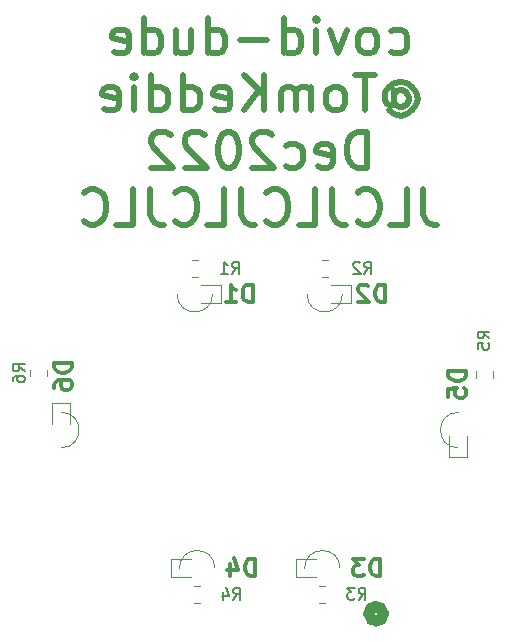
<source format=gbo>
G04 #@! TF.GenerationSoftware,KiCad,Pcbnew,6.0.10-86aedd382b~118~ubuntu22.04.1*
G04 #@! TF.CreationDate,2023-01-25T08:31:52-08:00*
G04 #@! TF.ProjectId,covid-dude,636f7669-642d-4647-9564-652e6b696361,rev?*
G04 #@! TF.SameCoordinates,Original*
G04 #@! TF.FileFunction,Legend,Bot*
G04 #@! TF.FilePolarity,Positive*
%FSLAX46Y46*%
G04 Gerber Fmt 4.6, Leading zero omitted, Abs format (unit mm)*
G04 Created by KiCad (PCBNEW 6.0.10-86aedd382b~118~ubuntu22.04.1) date 2023-01-25 08:31:52*
%MOMM*%
%LPD*%
G01*
G04 APERTURE LIST*
%ADD10C,0.500000*%
%ADD11C,0.375000*%
%ADD12C,0.150000*%
%ADD13C,0.120000*%
%ADD14C,1.000000*%
G04 APERTURE END LIST*
D10*
X109771428Y-76269285D02*
X110057142Y-76412142D01*
X110628571Y-76412142D01*
X110914285Y-76269285D01*
X111057142Y-76126428D01*
X111200000Y-75840714D01*
X111200000Y-74983571D01*
X111057142Y-74697857D01*
X110914285Y-74555000D01*
X110628571Y-74412142D01*
X110057142Y-74412142D01*
X109771428Y-74555000D01*
X108057142Y-76412142D02*
X108342857Y-76269285D01*
X108485714Y-76126428D01*
X108628571Y-75840714D01*
X108628571Y-74983571D01*
X108485714Y-74697857D01*
X108342857Y-74555000D01*
X108057142Y-74412142D01*
X107628571Y-74412142D01*
X107342857Y-74555000D01*
X107200000Y-74697857D01*
X107057142Y-74983571D01*
X107057142Y-75840714D01*
X107200000Y-76126428D01*
X107342857Y-76269285D01*
X107628571Y-76412142D01*
X108057142Y-76412142D01*
X106057142Y-74412142D02*
X105342857Y-76412142D01*
X104628571Y-74412142D01*
X103485714Y-76412142D02*
X103485714Y-74412142D01*
X103485714Y-73412142D02*
X103628571Y-73555000D01*
X103485714Y-73697857D01*
X103342857Y-73555000D01*
X103485714Y-73412142D01*
X103485714Y-73697857D01*
X100771428Y-76412142D02*
X100771428Y-73412142D01*
X100771428Y-76269285D02*
X101057142Y-76412142D01*
X101628571Y-76412142D01*
X101914285Y-76269285D01*
X102057142Y-76126428D01*
X102200000Y-75840714D01*
X102200000Y-74983571D01*
X102057142Y-74697857D01*
X101914285Y-74555000D01*
X101628571Y-74412142D01*
X101057142Y-74412142D01*
X100771428Y-74555000D01*
X99342857Y-75269285D02*
X97057142Y-75269285D01*
X94342857Y-76412142D02*
X94342857Y-73412142D01*
X94342857Y-76269285D02*
X94628571Y-76412142D01*
X95200000Y-76412142D01*
X95485714Y-76269285D01*
X95628571Y-76126428D01*
X95771428Y-75840714D01*
X95771428Y-74983571D01*
X95628571Y-74697857D01*
X95485714Y-74555000D01*
X95200000Y-74412142D01*
X94628571Y-74412142D01*
X94342857Y-74555000D01*
X91628571Y-74412142D02*
X91628571Y-76412142D01*
X92914285Y-74412142D02*
X92914285Y-75983571D01*
X92771428Y-76269285D01*
X92485714Y-76412142D01*
X92057142Y-76412142D01*
X91771428Y-76269285D01*
X91628571Y-76126428D01*
X88914285Y-76412142D02*
X88914285Y-73412142D01*
X88914285Y-76269285D02*
X89200000Y-76412142D01*
X89771428Y-76412142D01*
X90057142Y-76269285D01*
X90200000Y-76126428D01*
X90342857Y-75840714D01*
X90342857Y-74983571D01*
X90200000Y-74697857D01*
X90057142Y-74555000D01*
X89771428Y-74412142D01*
X89200000Y-74412142D01*
X88914285Y-74555000D01*
X86342857Y-76269285D02*
X86628571Y-76412142D01*
X87200000Y-76412142D01*
X87485714Y-76269285D01*
X87628571Y-75983571D01*
X87628571Y-74840714D01*
X87485714Y-74555000D01*
X87200000Y-74412142D01*
X86628571Y-74412142D01*
X86342857Y-74555000D01*
X86200000Y-74840714D01*
X86200000Y-75126428D01*
X87628571Y-75412142D01*
X110057142Y-79813571D02*
X110200000Y-79670714D01*
X110485714Y-79527857D01*
X110771428Y-79527857D01*
X111057142Y-79670714D01*
X111200000Y-79813571D01*
X111342857Y-80099285D01*
X111342857Y-80385000D01*
X111200000Y-80670714D01*
X111057142Y-80813571D01*
X110771428Y-80956428D01*
X110485714Y-80956428D01*
X110200000Y-80813571D01*
X110057142Y-80670714D01*
X110057142Y-79527857D02*
X110057142Y-80670714D01*
X109914285Y-80813571D01*
X109771428Y-80813571D01*
X109485714Y-80670714D01*
X109342857Y-80385000D01*
X109342857Y-79670714D01*
X109628571Y-79242142D01*
X110057142Y-78956428D01*
X110628571Y-78813571D01*
X111200000Y-78956428D01*
X111628571Y-79242142D01*
X111914285Y-79670714D01*
X112057142Y-80242142D01*
X111914285Y-80813571D01*
X111628571Y-81242142D01*
X111200000Y-81527857D01*
X110628571Y-81670714D01*
X110057142Y-81527857D01*
X109628571Y-81242142D01*
X108485714Y-78242142D02*
X106771428Y-78242142D01*
X107628571Y-81242142D02*
X107628571Y-78242142D01*
X105342857Y-81242142D02*
X105628571Y-81099285D01*
X105771428Y-80956428D01*
X105914285Y-80670714D01*
X105914285Y-79813571D01*
X105771428Y-79527857D01*
X105628571Y-79385000D01*
X105342857Y-79242142D01*
X104914285Y-79242142D01*
X104628571Y-79385000D01*
X104485714Y-79527857D01*
X104342857Y-79813571D01*
X104342857Y-80670714D01*
X104485714Y-80956428D01*
X104628571Y-81099285D01*
X104914285Y-81242142D01*
X105342857Y-81242142D01*
X103057142Y-81242142D02*
X103057142Y-79242142D01*
X103057142Y-79527857D02*
X102914285Y-79385000D01*
X102628571Y-79242142D01*
X102200000Y-79242142D01*
X101914285Y-79385000D01*
X101771428Y-79670714D01*
X101771428Y-81242142D01*
X101771428Y-79670714D02*
X101628571Y-79385000D01*
X101342857Y-79242142D01*
X100914285Y-79242142D01*
X100628571Y-79385000D01*
X100485714Y-79670714D01*
X100485714Y-81242142D01*
X99057142Y-81242142D02*
X99057142Y-78242142D01*
X97342857Y-81242142D02*
X98628571Y-79527857D01*
X97342857Y-78242142D02*
X99057142Y-79956428D01*
X94914285Y-81099285D02*
X95200000Y-81242142D01*
X95771428Y-81242142D01*
X96057142Y-81099285D01*
X96200000Y-80813571D01*
X96200000Y-79670714D01*
X96057142Y-79385000D01*
X95771428Y-79242142D01*
X95200000Y-79242142D01*
X94914285Y-79385000D01*
X94771428Y-79670714D01*
X94771428Y-79956428D01*
X96200000Y-80242142D01*
X92200000Y-81242142D02*
X92200000Y-78242142D01*
X92200000Y-81099285D02*
X92485714Y-81242142D01*
X93057142Y-81242142D01*
X93342857Y-81099285D01*
X93485714Y-80956428D01*
X93628571Y-80670714D01*
X93628571Y-79813571D01*
X93485714Y-79527857D01*
X93342857Y-79385000D01*
X93057142Y-79242142D01*
X92485714Y-79242142D01*
X92200000Y-79385000D01*
X89485714Y-81242142D02*
X89485714Y-78242142D01*
X89485714Y-81099285D02*
X89771428Y-81242142D01*
X90342857Y-81242142D01*
X90628571Y-81099285D01*
X90771428Y-80956428D01*
X90914285Y-80670714D01*
X90914285Y-79813571D01*
X90771428Y-79527857D01*
X90628571Y-79385000D01*
X90342857Y-79242142D01*
X89771428Y-79242142D01*
X89485714Y-79385000D01*
X88057142Y-81242142D02*
X88057142Y-79242142D01*
X88057142Y-78242142D02*
X88200000Y-78385000D01*
X88057142Y-78527857D01*
X87914285Y-78385000D01*
X88057142Y-78242142D01*
X88057142Y-78527857D01*
X85485714Y-81099285D02*
X85771428Y-81242142D01*
X86342857Y-81242142D01*
X86628571Y-81099285D01*
X86771428Y-80813571D01*
X86771428Y-79670714D01*
X86628571Y-79385000D01*
X86342857Y-79242142D01*
X85771428Y-79242142D01*
X85485714Y-79385000D01*
X85342857Y-79670714D01*
X85342857Y-79956428D01*
X86771428Y-80242142D01*
X107771428Y-86072142D02*
X107771428Y-83072142D01*
X107057142Y-83072142D01*
X106628571Y-83215000D01*
X106342857Y-83500714D01*
X106200000Y-83786428D01*
X106057142Y-84357857D01*
X106057142Y-84786428D01*
X106200000Y-85357857D01*
X106342857Y-85643571D01*
X106628571Y-85929285D01*
X107057142Y-86072142D01*
X107771428Y-86072142D01*
X103628571Y-85929285D02*
X103914285Y-86072142D01*
X104485714Y-86072142D01*
X104771428Y-85929285D01*
X104914285Y-85643571D01*
X104914285Y-84500714D01*
X104771428Y-84215000D01*
X104485714Y-84072142D01*
X103914285Y-84072142D01*
X103628571Y-84215000D01*
X103485714Y-84500714D01*
X103485714Y-84786428D01*
X104914285Y-85072142D01*
X100914285Y-85929285D02*
X101200000Y-86072142D01*
X101771428Y-86072142D01*
X102057142Y-85929285D01*
X102200000Y-85786428D01*
X102342857Y-85500714D01*
X102342857Y-84643571D01*
X102200000Y-84357857D01*
X102057142Y-84215000D01*
X101771428Y-84072142D01*
X101200000Y-84072142D01*
X100914285Y-84215000D01*
X99771428Y-83357857D02*
X99628571Y-83215000D01*
X99342857Y-83072142D01*
X98628571Y-83072142D01*
X98342857Y-83215000D01*
X98200000Y-83357857D01*
X98057142Y-83643571D01*
X98057142Y-83929285D01*
X98200000Y-84357857D01*
X99914285Y-86072142D01*
X98057142Y-86072142D01*
X96200000Y-83072142D02*
X95914285Y-83072142D01*
X95628571Y-83215000D01*
X95485714Y-83357857D01*
X95342857Y-83643571D01*
X95200000Y-84215000D01*
X95200000Y-84929285D01*
X95342857Y-85500714D01*
X95485714Y-85786428D01*
X95628571Y-85929285D01*
X95914285Y-86072142D01*
X96200000Y-86072142D01*
X96485714Y-85929285D01*
X96628571Y-85786428D01*
X96771428Y-85500714D01*
X96914285Y-84929285D01*
X96914285Y-84215000D01*
X96771428Y-83643571D01*
X96628571Y-83357857D01*
X96485714Y-83215000D01*
X96200000Y-83072142D01*
X94057142Y-83357857D02*
X93914285Y-83215000D01*
X93628571Y-83072142D01*
X92914285Y-83072142D01*
X92628571Y-83215000D01*
X92485714Y-83357857D01*
X92342857Y-83643571D01*
X92342857Y-83929285D01*
X92485714Y-84357857D01*
X94200000Y-86072142D01*
X92342857Y-86072142D01*
X91200000Y-83357857D02*
X91057142Y-83215000D01*
X90771428Y-83072142D01*
X90057142Y-83072142D01*
X89771428Y-83215000D01*
X89628571Y-83357857D01*
X89485714Y-83643571D01*
X89485714Y-83929285D01*
X89628571Y-84357857D01*
X91342857Y-86072142D01*
X89485714Y-86072142D01*
X112557142Y-87902142D02*
X112557142Y-90045000D01*
X112700000Y-90473571D01*
X112985714Y-90759285D01*
X113414285Y-90902142D01*
X113700000Y-90902142D01*
X109700000Y-90902142D02*
X111128571Y-90902142D01*
X111128571Y-87902142D01*
X106985714Y-90616428D02*
X107128571Y-90759285D01*
X107557142Y-90902142D01*
X107842857Y-90902142D01*
X108271428Y-90759285D01*
X108557142Y-90473571D01*
X108700000Y-90187857D01*
X108842857Y-89616428D01*
X108842857Y-89187857D01*
X108700000Y-88616428D01*
X108557142Y-88330714D01*
X108271428Y-88045000D01*
X107842857Y-87902142D01*
X107557142Y-87902142D01*
X107128571Y-88045000D01*
X106985714Y-88187857D01*
X104842857Y-87902142D02*
X104842857Y-90045000D01*
X104985714Y-90473571D01*
X105271428Y-90759285D01*
X105700000Y-90902142D01*
X105985714Y-90902142D01*
X101985714Y-90902142D02*
X103414285Y-90902142D01*
X103414285Y-87902142D01*
X99271428Y-90616428D02*
X99414285Y-90759285D01*
X99842857Y-90902142D01*
X100128571Y-90902142D01*
X100557142Y-90759285D01*
X100842857Y-90473571D01*
X100985714Y-90187857D01*
X101128571Y-89616428D01*
X101128571Y-89187857D01*
X100985714Y-88616428D01*
X100842857Y-88330714D01*
X100557142Y-88045000D01*
X100128571Y-87902142D01*
X99842857Y-87902142D01*
X99414285Y-88045000D01*
X99271428Y-88187857D01*
X97128571Y-87902142D02*
X97128571Y-90045000D01*
X97271428Y-90473571D01*
X97557142Y-90759285D01*
X97985714Y-90902142D01*
X98271428Y-90902142D01*
X94271428Y-90902142D02*
X95699999Y-90902142D01*
X95699999Y-87902142D01*
X91557142Y-90616428D02*
X91699999Y-90759285D01*
X92128571Y-90902142D01*
X92414285Y-90902142D01*
X92842857Y-90759285D01*
X93128571Y-90473571D01*
X93271428Y-90187857D01*
X93414285Y-89616428D01*
X93414285Y-89187857D01*
X93271428Y-88616428D01*
X93128571Y-88330714D01*
X92842857Y-88045000D01*
X92414285Y-87902142D01*
X92128571Y-87902142D01*
X91699999Y-88045000D01*
X91557142Y-88187857D01*
X89414285Y-87902142D02*
X89414285Y-90045000D01*
X89557142Y-90473571D01*
X89842857Y-90759285D01*
X90271428Y-90902142D01*
X90557142Y-90902142D01*
X86557142Y-90902142D02*
X87985714Y-90902142D01*
X87985714Y-87902142D01*
X83842857Y-90616428D02*
X83985714Y-90759285D01*
X84414285Y-90902142D01*
X84699999Y-90902142D01*
X85128571Y-90759285D01*
X85414285Y-90473571D01*
X85557142Y-90187857D01*
X85699999Y-89616428D01*
X85699999Y-89187857D01*
X85557142Y-88616428D01*
X85414285Y-88330714D01*
X85128571Y-88045000D01*
X84699999Y-87902142D01*
X84414285Y-87902142D01*
X83985714Y-88045000D01*
X83842857Y-88187857D01*
D11*
G04 #@! TO.C,D6*
X82778571Y-102592857D02*
X81278571Y-102592857D01*
X81278571Y-102950000D01*
X81350000Y-103164285D01*
X81492857Y-103307142D01*
X81635714Y-103378571D01*
X81921428Y-103450000D01*
X82135714Y-103450000D01*
X82421428Y-103378571D01*
X82564285Y-103307142D01*
X82707142Y-103164285D01*
X82778571Y-102950000D01*
X82778571Y-102592857D01*
X81278571Y-104735714D02*
X81278571Y-104450000D01*
X81350000Y-104307142D01*
X81421428Y-104235714D01*
X81635714Y-104092857D01*
X81921428Y-104021428D01*
X82492857Y-104021428D01*
X82635714Y-104092857D01*
X82707142Y-104164285D01*
X82778571Y-104307142D01*
X82778571Y-104592857D01*
X82707142Y-104735714D01*
X82635714Y-104807142D01*
X82492857Y-104878571D01*
X82135714Y-104878571D01*
X81992857Y-104807142D01*
X81921428Y-104735714D01*
X81850000Y-104592857D01*
X81850000Y-104307142D01*
X81921428Y-104164285D01*
X81992857Y-104092857D01*
X82135714Y-104021428D01*
G04 #@! TO.C,D2*
X109307142Y-97478571D02*
X109307142Y-95978571D01*
X108950000Y-95978571D01*
X108735714Y-96050000D01*
X108592857Y-96192857D01*
X108521428Y-96335714D01*
X108450000Y-96621428D01*
X108450000Y-96835714D01*
X108521428Y-97121428D01*
X108592857Y-97264285D01*
X108735714Y-97407142D01*
X108950000Y-97478571D01*
X109307142Y-97478571D01*
X107878571Y-96121428D02*
X107807142Y-96050000D01*
X107664285Y-95978571D01*
X107307142Y-95978571D01*
X107164285Y-96050000D01*
X107092857Y-96121428D01*
X107021428Y-96264285D01*
X107021428Y-96407142D01*
X107092857Y-96621428D01*
X107950000Y-97478571D01*
X107021428Y-97478571D01*
D12*
G04 #@! TO.C,R6*
X78802380Y-103308333D02*
X78326190Y-102975000D01*
X78802380Y-102736904D02*
X77802380Y-102736904D01*
X77802380Y-103117857D01*
X77850000Y-103213095D01*
X77897619Y-103260714D01*
X77992857Y-103308333D01*
X78135714Y-103308333D01*
X78230952Y-103260714D01*
X78278571Y-103213095D01*
X78326190Y-103117857D01*
X78326190Y-102736904D01*
X77802380Y-104165476D02*
X77802380Y-103975000D01*
X77850000Y-103879761D01*
X77897619Y-103832142D01*
X78040476Y-103736904D01*
X78230952Y-103689285D01*
X78611904Y-103689285D01*
X78707142Y-103736904D01*
X78754761Y-103784523D01*
X78802380Y-103879761D01*
X78802380Y-104070238D01*
X78754761Y-104165476D01*
X78707142Y-104213095D01*
X78611904Y-104260714D01*
X78373809Y-104260714D01*
X78278571Y-104213095D01*
X78230952Y-104165476D01*
X78183333Y-104070238D01*
X78183333Y-103879761D01*
X78230952Y-103784523D01*
X78278571Y-103736904D01*
X78373809Y-103689285D01*
D11*
G04 #@! TO.C,D5*
X116178571Y-103292857D02*
X114678571Y-103292857D01*
X114678571Y-103650000D01*
X114750000Y-103864285D01*
X114892857Y-104007142D01*
X115035714Y-104078571D01*
X115321428Y-104150000D01*
X115535714Y-104150000D01*
X115821428Y-104078571D01*
X115964285Y-104007142D01*
X116107142Y-103864285D01*
X116178571Y-103650000D01*
X116178571Y-103292857D01*
X114678571Y-105507142D02*
X114678571Y-104792857D01*
X115392857Y-104721428D01*
X115321428Y-104792857D01*
X115250000Y-104935714D01*
X115250000Y-105292857D01*
X115321428Y-105435714D01*
X115392857Y-105507142D01*
X115535714Y-105578571D01*
X115892857Y-105578571D01*
X116035714Y-105507142D01*
X116107142Y-105435714D01*
X116178571Y-105292857D01*
X116178571Y-104935714D01*
X116107142Y-104792857D01*
X116035714Y-104721428D01*
D12*
G04 #@! TO.C,R3*
X107066666Y-122652380D02*
X107400000Y-122176190D01*
X107638095Y-122652380D02*
X107638095Y-121652380D01*
X107257142Y-121652380D01*
X107161904Y-121700000D01*
X107114285Y-121747619D01*
X107066666Y-121842857D01*
X107066666Y-121985714D01*
X107114285Y-122080952D01*
X107161904Y-122128571D01*
X107257142Y-122176190D01*
X107638095Y-122176190D01*
X106733333Y-121652380D02*
X106114285Y-121652380D01*
X106447619Y-122033333D01*
X106304761Y-122033333D01*
X106209523Y-122080952D01*
X106161904Y-122128571D01*
X106114285Y-122223809D01*
X106114285Y-122461904D01*
X106161904Y-122557142D01*
X106209523Y-122604761D01*
X106304761Y-122652380D01*
X106590476Y-122652380D01*
X106685714Y-122604761D01*
X106733333Y-122557142D01*
D11*
G04 #@! TO.C,D4*
X98307142Y-120678571D02*
X98307142Y-119178571D01*
X97950000Y-119178571D01*
X97735714Y-119250000D01*
X97592857Y-119392857D01*
X97521428Y-119535714D01*
X97450000Y-119821428D01*
X97450000Y-120035714D01*
X97521428Y-120321428D01*
X97592857Y-120464285D01*
X97735714Y-120607142D01*
X97950000Y-120678571D01*
X98307142Y-120678571D01*
X96164285Y-119678571D02*
X96164285Y-120678571D01*
X96521428Y-119107142D02*
X96878571Y-120178571D01*
X95950000Y-120178571D01*
G04 #@! TO.C,D1*
X98107142Y-97478571D02*
X98107142Y-95978571D01*
X97750000Y-95978571D01*
X97535714Y-96050000D01*
X97392857Y-96192857D01*
X97321428Y-96335714D01*
X97250000Y-96621428D01*
X97250000Y-96835714D01*
X97321428Y-97121428D01*
X97392857Y-97264285D01*
X97535714Y-97407142D01*
X97750000Y-97478571D01*
X98107142Y-97478571D01*
X95821428Y-97478571D02*
X96678571Y-97478571D01*
X96250000Y-97478571D02*
X96250000Y-95978571D01*
X96392857Y-96192857D01*
X96535714Y-96335714D01*
X96678571Y-96407142D01*
D12*
G04 #@! TO.C,R1*
X96366666Y-95052380D02*
X96700000Y-94576190D01*
X96938095Y-95052380D02*
X96938095Y-94052380D01*
X96557142Y-94052380D01*
X96461904Y-94100000D01*
X96414285Y-94147619D01*
X96366666Y-94242857D01*
X96366666Y-94385714D01*
X96414285Y-94480952D01*
X96461904Y-94528571D01*
X96557142Y-94576190D01*
X96938095Y-94576190D01*
X95414285Y-95052380D02*
X95985714Y-95052380D01*
X95700000Y-95052380D02*
X95700000Y-94052380D01*
X95795238Y-94195238D01*
X95890476Y-94290476D01*
X95985714Y-94338095D01*
G04 #@! TO.C,R5*
X118152380Y-100533333D02*
X117676190Y-100200000D01*
X118152380Y-99961904D02*
X117152380Y-99961904D01*
X117152380Y-100342857D01*
X117200000Y-100438095D01*
X117247619Y-100485714D01*
X117342857Y-100533333D01*
X117485714Y-100533333D01*
X117580952Y-100485714D01*
X117628571Y-100438095D01*
X117676190Y-100342857D01*
X117676190Y-99961904D01*
X117152380Y-101438095D02*
X117152380Y-100961904D01*
X117628571Y-100914285D01*
X117580952Y-100961904D01*
X117533333Y-101057142D01*
X117533333Y-101295238D01*
X117580952Y-101390476D01*
X117628571Y-101438095D01*
X117723809Y-101485714D01*
X117961904Y-101485714D01*
X118057142Y-101438095D01*
X118104761Y-101390476D01*
X118152380Y-101295238D01*
X118152380Y-101057142D01*
X118104761Y-100961904D01*
X118057142Y-100914285D01*
G04 #@! TO.C,R4*
X96466666Y-122652380D02*
X96800000Y-122176190D01*
X97038095Y-122652380D02*
X97038095Y-121652380D01*
X96657142Y-121652380D01*
X96561904Y-121700000D01*
X96514285Y-121747619D01*
X96466666Y-121842857D01*
X96466666Y-121985714D01*
X96514285Y-122080952D01*
X96561904Y-122128571D01*
X96657142Y-122176190D01*
X97038095Y-122176190D01*
X95609523Y-121985714D02*
X95609523Y-122652380D01*
X95847619Y-121604761D02*
X96085714Y-122319047D01*
X95466666Y-122319047D01*
G04 #@! TO.C,R2*
X107566666Y-95052380D02*
X107900000Y-94576190D01*
X108138095Y-95052380D02*
X108138095Y-94052380D01*
X107757142Y-94052380D01*
X107661904Y-94100000D01*
X107614285Y-94147619D01*
X107566666Y-94242857D01*
X107566666Y-94385714D01*
X107614285Y-94480952D01*
X107661904Y-94528571D01*
X107757142Y-94576190D01*
X108138095Y-94576190D01*
X107185714Y-94147619D02*
X107138095Y-94100000D01*
X107042857Y-94052380D01*
X106804761Y-94052380D01*
X106709523Y-94100000D01*
X106661904Y-94147619D01*
X106614285Y-94242857D01*
X106614285Y-94338095D01*
X106661904Y-94480952D01*
X107233333Y-95052380D01*
X106614285Y-95052380D01*
D11*
G04 #@! TO.C,D3*
X108907142Y-120678571D02*
X108907142Y-119178571D01*
X108550000Y-119178571D01*
X108335714Y-119250000D01*
X108192857Y-119392857D01*
X108121428Y-119535714D01*
X108050000Y-119821428D01*
X108050000Y-120035714D01*
X108121428Y-120321428D01*
X108192857Y-120464285D01*
X108335714Y-120607142D01*
X108550000Y-120678571D01*
X108907142Y-120678571D01*
X107550000Y-119178571D02*
X106621428Y-119178571D01*
X107121428Y-119750000D01*
X106907142Y-119750000D01*
X106764285Y-119821428D01*
X106692857Y-119892857D01*
X106621428Y-120035714D01*
X106621428Y-120392857D01*
X106692857Y-120535714D01*
X106764285Y-120607142D01*
X106907142Y-120678571D01*
X107335714Y-120678571D01*
X107478571Y-120607142D01*
X107550000Y-120535714D01*
D13*
G04 #@! TO.C,D6*
X82650000Y-107800000D02*
X82650000Y-106050000D01*
X81150000Y-106050000D02*
X81150000Y-107800000D01*
X81150000Y-106050000D02*
X82650000Y-106050000D01*
X81900000Y-109800000D02*
G75*
G03*
X81900000Y-106800000I0J1500000D01*
G01*
G04 #@! TO.C,D2*
X104700000Y-97550000D02*
X106450000Y-97550000D01*
X106450000Y-96050000D02*
X106450000Y-97550000D01*
X106450000Y-96050000D02*
X104700000Y-96050000D01*
X102700000Y-96800000D02*
G75*
G03*
X105700000Y-96800000I1500000J0D01*
G01*
G04 #@! TO.C,R6*
X80710000Y-103213748D02*
X80710000Y-103736252D01*
X79290000Y-103213748D02*
X79290000Y-103736252D01*
G04 #@! TO.C,D5*
X114750000Y-108800000D02*
X114750000Y-110550000D01*
X116250000Y-110550000D02*
X116250000Y-108800000D01*
X116250000Y-110550000D02*
X114750000Y-110550000D01*
X115500000Y-106800000D02*
G75*
G03*
X115500000Y-109800000I0J-1500000D01*
G01*
D14*
G04 #@! TO.C,X1*
X109150000Y-123850000D02*
G75*
G03*
X109150000Y-123850000I-600000J0D01*
G01*
D13*
G04 #@! TO.C,R3*
X103738748Y-122910000D02*
X104261252Y-122910000D01*
X103738748Y-121490000D02*
X104261252Y-121490000D01*
G04 #@! TO.C,D4*
X91150000Y-120750000D02*
X91150000Y-119250000D01*
X92900000Y-119250000D02*
X91150000Y-119250000D01*
X91150000Y-120750000D02*
X92900000Y-120750000D01*
X94900000Y-120000000D02*
G75*
G03*
X91900000Y-120000000I-1500000J0D01*
G01*
G04 #@! TO.C,D1*
X95450000Y-96050000D02*
X93700000Y-96050000D01*
X95450000Y-96050000D02*
X95450000Y-97550000D01*
X93700000Y-97550000D02*
X95450000Y-97550000D01*
X91700000Y-96800000D02*
G75*
G03*
X94700000Y-96800000I1500000J0D01*
G01*
G04 #@! TO.C,R1*
X93461252Y-95310000D02*
X92938748Y-95310000D01*
X93461252Y-93890000D02*
X92938748Y-93890000D01*
G04 #@! TO.C,R5*
X118410000Y-103338748D02*
X118410000Y-103861252D01*
X116990000Y-103338748D02*
X116990000Y-103861252D01*
G04 #@! TO.C,R4*
X93138748Y-121490000D02*
X93661252Y-121490000D01*
X93138748Y-122910000D02*
X93661252Y-122910000D01*
G04 #@! TO.C,R2*
X104461252Y-95310000D02*
X103938748Y-95310000D01*
X104461252Y-93890000D02*
X103938748Y-93890000D01*
G04 #@! TO.C,D3*
X103500000Y-119250000D02*
X101750000Y-119250000D01*
X101750000Y-120750000D02*
X101750000Y-119250000D01*
X101750000Y-120750000D02*
X103500000Y-120750000D01*
X105500000Y-120000000D02*
G75*
G03*
X102500000Y-120000000I-1500000J0D01*
G01*
G04 #@! TD*
M02*

</source>
